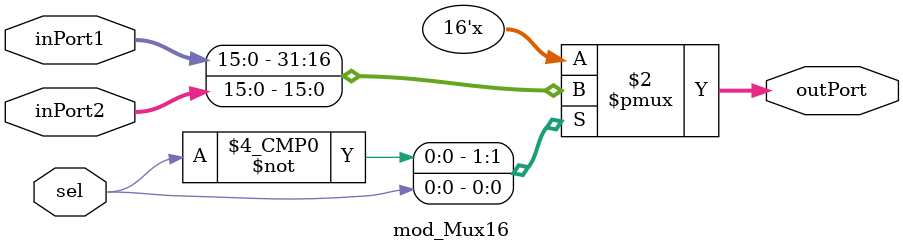
<source format=v>
`timescale 1ns / 1ps
module mod_Mux16(outPort,inPort1,inPort2,sel);
    output [15:0] outPort;
    input [15:0] inPort1;
    input [15:0] inPort2;
    input sel;
    reg [15:0] outPort;

	 always @(sel,inPort1,inPort2)
	 begin
		case(sel)
			1'b0 : outPort = inPort1;
			1'b1 : outPort = inPort2;
		endcase
	 end


endmodule

</source>
